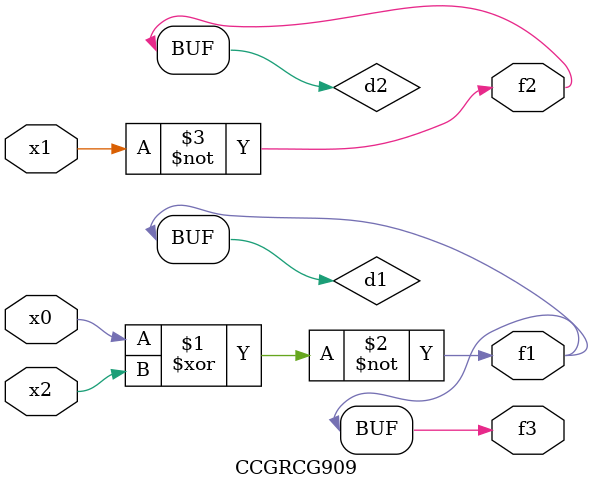
<source format=v>
module CCGRCG909(
	input x0, x1, x2,
	output f1, f2, f3
);

	wire d1, d2, d3;

	xnor (d1, x0, x2);
	nand (d2, x1);
	nor (d3, x1, x2);
	assign f1 = d1;
	assign f2 = d2;
	assign f3 = d1;
endmodule

</source>
